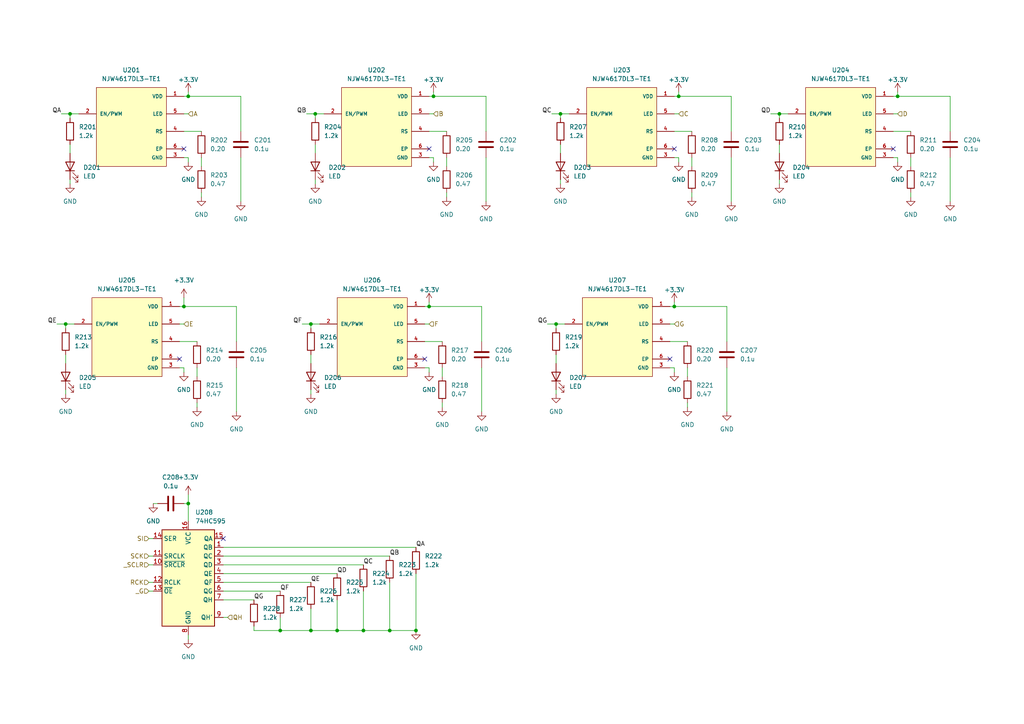
<source format=kicad_sch>
(kicad_sch (version 20211123) (generator eeschema)
  (paper "A4")
  (lib_symbols
    (symbol "74xx:74HC595"
      (property "Reference" "U" (at -7.62 13.97 0))
      (property "Value" "74HC595" (at -7.62 -16.51 0))
      (symbol "74HC595_1_0"
        (pin tri_state line (at 10.16 7.62 180) (length 2.54) (name "QB") (number "1"))
        (pin input line (at -10.16 2.54 0) (length 2.54) (name "~{SRCLR}") (number "10"))
        (pin input line (at -10.16 5.08 0) (length 2.54) (name "SRCLK") (number "11"))
        (pin input line (at -10.16 -2.54 0) (length 2.54) (name "RCLK") (number "12"))
        (pin input line (at -10.16 -5.08 0) (length 2.54) (name "~{OE}") (number "13"))
        (pin input line (at -10.16 10.16 0) (length 2.54) (name "SER") (number "14"))
        (pin tri_state line (at 10.16 10.16 180) (length 2.54) (name "QA") (number "15"))
        (pin power_in line (at 0 15.24 270) (length 2.54) (name "VCC") (number "16"))
        (pin tri_state line (at 10.16 5.08 180) (length 2.54) (name "QC") (number "2"))
        (pin tri_state line (at 10.16 2.54 180) (length 2.54) (name "QD") (number "3"))
        (pin tri_state line (at 10.16 0 180) (length 2.54) (name "QE") (number "4"))
        (pin tri_state line (at 10.16 -2.54 180) (length 2.54) (name "QF") (number "5"))
        (pin tri_state line (at 10.16 -5.08 180) (length 2.54) (name "QG") (number "6"))
        (pin tri_state line (at 10.16 -7.62 180) (length 2.54) (name "QH") (number "7"))
        (pin power_in line (at 0 -17.78 90) (length 2.54) (name "GND") (number "8"))
        (pin output line (at 10.16 -12.7 180) (length 2.54) (name "QH'") (number "9"))
      )
      (symbol "74HC595_1_1"
        (rectangle (start -7.62 12.7) (end 7.62 -15.24) (stroke (width 0.254)) (fill (type background)))
      )
    )
    (symbol "Device:C" (pin_numbers hide) (pin_names (offset 0.254))
      (property "Reference" "C" (at 0.635 2.54 0))
      (property "Value" "C" (at 0.635 -2.54 0))
      (symbol "C_0_1"
        (polyline (pts (xy -2.032 -0.762) (xy 2.032 -0.762)) (stroke (width 0.508)))
        (polyline (pts (xy -2.032 0.762) (xy 2.032 0.762)) (stroke (width 0.508)))
      )
      (symbol "C_1_1"
        (pin passive line (at 0 3.81 270) (length 2.794) (name "~") (number "1"))
        (pin passive line (at 0 -3.81 90) (length 2.794) (name "~") (number "2"))
      )
    )
    (symbol "Device:LED" (pin_numbers hide) (pin_names (offset 1.016) hide)
      (property "Reference" "D" (at 0 2.54 0))
      (property "Value" "LED" (at 0 -2.54 0))
      (symbol "LED_0_1"
        (polyline (pts (xy -1.27 -1.27) (xy -1.27 1.27)) (stroke (width 0.254)))
        (polyline (pts (xy -1.27 0) (xy 1.27 0)))
        (polyline (pts (xy 1.27 -1.27) (xy 1.27 1.27) (xy -1.27 0) (xy 1.27 -1.27)) (stroke (width 0.254)))
        (polyline (pts (xy -3.048 -0.762) (xy -4.572 -2.286) (xy -3.81 -2.286) (xy -4.572 -2.286) (xy -4.572 -1.524)))
        (polyline (pts (xy -1.778 -0.762) (xy -3.302 -2.286) (xy -2.54 -2.286) (xy -3.302 -2.286) (xy -3.302 -1.524)))
      )
      (symbol "LED_1_1"
        (pin passive line (at -3.81 0 0) (length 2.54) (name "K") (number "1"))
        (pin passive line (at 3.81 0 180) (length 2.54) (name "A") (number "2"))
      )
    )
    (symbol "Device:R" (pin_numbers hide) (pin_names (offset 0))
      (property "Reference" "R" (at 2.032 0 90))
      (property "Value" "R" (at 0 0 90))
      (symbol "R_0_1"
        (rectangle (start -1.016 -2.54) (end 1.016 2.54) (stroke (width 0.254)))
      )
      (symbol "R_1_1"
        (pin passive line (at 0 3.81 270) (length 1.27) (name "~") (number "1"))
        (pin passive line (at 0 -3.81 90) (length 1.27) (name "~") (number "2"))
      )
    )
    (symbol "NJW4617DL3-TE1:NJW4617DL3-TE1" (pin_names (offset 1.016))
      (property "Reference" "U" (at -10.16 13.208 0))
      (property "Value" "NJW4617DL3-TE1" (at -10.16 -12.7 0))
      (symbol "NJW4617DL3-TE1_0_0"
        (rectangle (start -10.16 -10.16) (end 10.16 12.7) (stroke (width 0.1524)) (fill (type background)))
        (pin power_in line (at 15.24 10.16 180) (length 5.08) (name "VDD") (number "1"))
        (pin input line (at -15.24 5.08 0) (length 5.08) (name "EN/PWM") (number "2"))
        (pin power_in line (at 15.24 -7.62 180) (length 5.08) (name "GND") (number "3"))
        (pin output line (at 15.24 0 180) (length 5.08) (name "RS") (number "4"))
        (pin output line (at 15.24 5.08 180) (length 5.08) (name "LED") (number "5"))
        (pin power_in line (at 15.24 -5.08 180) (length 5.08) (name "EP") (number "6"))
      )
    )
    (symbol "power:+3.3V" (power) (pin_names (offset 0))
      (property "Value" "+3.3V" (at 0 3.556 0))
      (symbol "+3.3V_0_1"
        (polyline (pts (xy -0.762 1.27) (xy 0 2.54)))
        (polyline (pts (xy 0 0) (xy 0 2.54)))
        (polyline (pts (xy 0 2.54) (xy 0.762 1.27)))
      )
      (symbol "+3.3V_1_1"
        (pin power_in line (at 0 0 90) (length 0) hide (name "+3.3V") (number "1"))
      )
    )
    (symbol "power:GND" (power) (pin_names (offset 0))
      (property "Value" "GND" (at 0 -3.81 0))
      (symbol "GND_0_1"
        (polyline (pts (xy 0 0) (xy 0 -1.27) (xy 1.27 -1.27) (xy 0 -2.54) (xy -1.27 -1.27) (xy 0 -1.27)))
      )
      (symbol "GND_1_1"
        (pin power_in line (at 0 0 270) (length 0) hide (name "GND") (number "1"))
      )
    )
  )
  (junction (at 196.85 27.94))
  (junction (at 91.44 33.02))
  (junction (at 19.05 93.98))
  (junction (at 97.79 182.88))
  (junction (at 120.65 182.88))
  (junction (at 54.61 146.05))
  (junction (at 161.29 93.98))
  (junction (at 260.35 27.94))
  (junction (at 90.17 93.98))
  (junction (at 195.58 88.9))
  (junction (at 124.46 88.9))
  (junction (at 90.17 182.88))
  (junction (at 53.34 88.9))
  (junction (at 20.32 33.02))
  (junction (at 125.73 27.94))
  (junction (at 226.06 33.02))
  (junction (at 54.61 27.94))
  (junction (at 105.41 182.88))
  (junction (at 81.28 182.88))
  (junction (at 113.03 182.88))
  (junction (at 162.56 33.02))
  (no_connect (at 53.34 43.18))
  (no_connect (at 124.46 43.18))
  (no_connect (at 259.08 43.18))
  (no_connect (at 123.19 104.14))
  (no_connect (at 64.77 156.21))
  (no_connect (at 52.07 104.14))
  (no_connect (at 194.31 104.14))
  (no_connect (at 195.58 43.18))
  (wire (pts (xy 54.61 146.05) (xy 54.61 151.13)))
  (wire (pts (xy 53.34 45.72) (xy 54.61 45.72)))
  (wire (pts (xy 161.29 95.25) (xy 161.29 93.98)))
  (wire (pts (xy 162.56 41.91) (xy 162.56 44.45)))
  (wire (pts (xy 43.18 168.91) (xy 44.45 168.91)))
  (wire (pts (xy 125.73 26.67) (xy 125.73 27.94)))
  (wire (pts (xy 73.66 181.61) (xy 73.66 182.88)))
  (wire (pts (xy 124.46 88.9) (xy 139.7 88.9)))
  (wire (pts (xy 140.97 38.1) (xy 140.97 27.94)))
  (wire (pts (xy 160.02 33.02) (xy 162.56 33.02)))
  (wire (pts (xy 195.58 88.9) (xy 210.82 88.9)))
  (wire (pts (xy 194.31 93.98) (xy 195.58 93.98)))
  (wire (pts (xy 195.58 88.9) (xy 195.58 87.63)))
  (wire (pts (xy 105.41 171.45) (xy 105.41 182.88)))
  (wire (pts (xy 199.39 116.84) (xy 199.39 118.11)))
  (wire (pts (xy 90.17 113.03) (xy 90.17 114.3)))
  (wire (pts (xy 54.61 143.51) (xy 54.61 146.05)))
  (wire (pts (xy 139.7 119.38) (xy 139.7 106.68)))
  (wire (pts (xy 53.34 106.68) (xy 53.34 107.95)))
  (wire (pts (xy 97.79 173.99) (xy 97.79 182.88)))
  (wire (pts (xy 90.17 102.87) (xy 90.17 105.41)))
  (wire (pts (xy 196.85 26.67) (xy 196.85 27.94)))
  (wire (pts (xy 260.35 46.99) (xy 260.35 45.72)))
  (wire (pts (xy 120.65 166.37) (xy 120.65 182.88)))
  (wire (pts (xy 264.16 45.72) (xy 264.16 48.26)))
  (wire (pts (xy 275.59 58.42) (xy 275.59 45.72)))
  (wire (pts (xy 259.08 33.02) (xy 260.35 33.02)))
  (wire (pts (xy 161.29 113.03) (xy 161.29 114.3)))
  (wire (pts (xy 275.59 38.1) (xy 275.59 27.94)))
  (wire (pts (xy 226.06 34.29) (xy 226.06 33.02)))
  (wire (pts (xy 73.66 182.88) (xy 81.28 182.88)))
  (wire (pts (xy 105.41 182.88) (xy 113.03 182.88)))
  (wire (pts (xy 128.27 116.84) (xy 128.27 118.11)))
  (wire (pts (xy 53.34 33.02) (xy 54.61 33.02)))
  (wire (pts (xy 128.27 106.68) (xy 128.27 109.22)))
  (wire (pts (xy 90.17 176.53) (xy 90.17 182.88)))
  (wire (pts (xy 20.32 33.02) (xy 22.86 33.02)))
  (wire (pts (xy 260.35 27.94) (xy 275.59 27.94)))
  (wire (pts (xy 124.46 45.72) (xy 125.73 45.72)))
  (wire (pts (xy 200.66 55.88) (xy 200.66 57.15)))
  (wire (pts (xy 19.05 95.25) (xy 19.05 93.98)))
  (wire (pts (xy 88.9 33.02) (xy 91.44 33.02)))
  (wire (pts (xy 113.03 168.91) (xy 113.03 182.88)))
  (wire (pts (xy 162.56 52.07) (xy 162.56 53.34)))
  (wire (pts (xy 124.46 88.9) (xy 124.46 87.63)))
  (wire (pts (xy 195.58 33.02) (xy 196.85 33.02)))
  (wire (pts (xy 123.19 88.9) (xy 124.46 88.9)))
  (wire (pts (xy 81.28 179.07) (xy 81.28 182.88)))
  (wire (pts (xy 161.29 102.87) (xy 161.29 105.41)))
  (wire (pts (xy 195.58 45.72) (xy 196.85 45.72)))
  (wire (pts (xy 54.61 184.15) (xy 54.61 185.42)))
  (wire (pts (xy 259.08 38.1) (xy 264.16 38.1)))
  (wire (pts (xy 260.35 27.94) (xy 259.08 27.94)))
  (wire (pts (xy 226.06 41.91) (xy 226.06 44.45)))
  (wire (pts (xy 226.06 52.07) (xy 226.06 53.34)))
  (wire (pts (xy 123.19 99.06) (xy 128.27 99.06)))
  (wire (pts (xy 129.54 55.88) (xy 129.54 57.15)))
  (wire (pts (xy 57.15 116.84) (xy 57.15 118.11)))
  (wire (pts (xy 68.58 119.38) (xy 68.58 106.68)))
  (wire (pts (xy 129.54 45.72) (xy 129.54 48.26)))
  (wire (pts (xy 69.85 38.1) (xy 69.85 27.94)))
  (wire (pts (xy 54.61 45.72) (xy 54.61 46.99)))
  (wire (pts (xy 194.31 88.9) (xy 195.58 88.9)))
  (wire (pts (xy 210.82 99.06) (xy 210.82 88.9)))
  (wire (pts (xy 264.16 55.88) (xy 264.16 57.15)))
  (wire (pts (xy 68.58 99.06) (xy 68.58 88.9)))
  (wire (pts (xy 199.39 106.68) (xy 199.39 109.22)))
  (wire (pts (xy 196.85 27.94) (xy 195.58 27.94)))
  (wire (pts (xy 212.09 58.42) (xy 212.09 45.72)))
  (wire (pts (xy 53.34 38.1) (xy 58.42 38.1)))
  (wire (pts (xy 52.07 93.98) (xy 53.34 93.98)))
  (wire (pts (xy 43.18 161.29) (xy 44.45 161.29)))
  (wire (pts (xy 45.72 146.05) (xy 44.45 146.05)))
  (wire (pts (xy 64.77 166.37) (xy 97.79 166.37)))
  (wire (pts (xy 53.34 146.05) (xy 54.61 146.05)))
  (wire (pts (xy 20.32 34.29) (xy 20.32 33.02)))
  (wire (pts (xy 260.35 26.67) (xy 260.35 27.94)))
  (wire (pts (xy 194.31 99.06) (xy 199.39 99.06)))
  (wire (pts (xy 91.44 52.07) (xy 91.44 53.34)))
  (wire (pts (xy 58.42 57.15) (xy 58.42 55.88)))
  (wire (pts (xy 90.17 95.25) (xy 90.17 93.98)))
  (wire (pts (xy 195.58 106.68) (xy 195.58 107.95)))
  (wire (pts (xy 123.19 106.68) (xy 124.46 106.68)))
  (wire (pts (xy 43.18 171.45) (xy 44.45 171.45)))
  (wire (pts (xy 113.03 182.88) (xy 120.65 182.88)))
  (wire (pts (xy 52.07 88.9) (xy 53.34 88.9)))
  (wire (pts (xy 200.66 45.72) (xy 200.66 48.26)))
  (wire (pts (xy 64.77 171.45) (xy 81.28 171.45)))
  (wire (pts (xy 139.7 99.06) (xy 139.7 88.9)))
  (wire (pts (xy 17.78 33.02) (xy 20.32 33.02)))
  (wire (pts (xy 19.05 102.87) (xy 19.05 105.41)))
  (wire (pts (xy 196.85 45.72) (xy 196.85 46.99)))
  (wire (pts (xy 161.29 93.98) (xy 163.83 93.98)))
  (wire (pts (xy 196.85 27.94) (xy 212.09 27.94)))
  (wire (pts (xy 19.05 113.03) (xy 19.05 114.3)))
  (wire (pts (xy 123.19 93.98) (xy 124.46 93.98)))
  (wire (pts (xy 54.61 26.67) (xy 54.61 27.94)))
  (wire (pts (xy 64.77 163.83) (xy 105.41 163.83)))
  (wire (pts (xy 81.28 182.88) (xy 90.17 182.88)))
  (wire (pts (xy 54.61 27.94) (xy 53.34 27.94)))
  (wire (pts (xy 69.85 58.42) (xy 69.85 45.72)))
  (wire (pts (xy 64.77 173.99) (xy 73.66 173.99)))
  (wire (pts (xy 91.44 34.29) (xy 91.44 33.02)))
  (wire (pts (xy 20.32 41.91) (xy 20.32 44.45)))
  (wire (pts (xy 140.97 58.42) (xy 140.97 45.72)))
  (wire (pts (xy 52.07 99.06) (xy 57.15 99.06)))
  (wire (pts (xy 97.79 182.88) (xy 105.41 182.88)))
  (wire (pts (xy 54.61 27.94) (xy 69.85 27.94)))
  (wire (pts (xy 43.18 163.83) (xy 44.45 163.83)))
  (wire (pts (xy 87.63 93.98) (xy 90.17 93.98)))
  (wire (pts (xy 194.31 106.68) (xy 195.58 106.68)))
  (wire (pts (xy 91.44 33.02) (xy 93.98 33.02)))
  (wire (pts (xy 57.15 106.68) (xy 57.15 109.22)))
  (wire (pts (xy 64.77 179.07) (xy 66.04 179.07)))
  (wire (pts (xy 53.34 88.9) (xy 68.58 88.9)))
  (wire (pts (xy 91.44 41.91) (xy 91.44 44.45)))
  (wire (pts (xy 223.52 33.02) (xy 226.06 33.02)))
  (wire (pts (xy 226.06 33.02) (xy 228.6 33.02)))
  (wire (pts (xy 19.05 93.98) (xy 21.59 93.98)))
  (wire (pts (xy 125.73 45.72) (xy 125.73 46.99)))
  (wire (pts (xy 64.77 161.29) (xy 113.03 161.29)))
  (wire (pts (xy 158.75 93.98) (xy 161.29 93.98)))
  (wire (pts (xy 162.56 33.02) (xy 165.1 33.02)))
  (wire (pts (xy 210.82 119.38) (xy 210.82 106.68)))
  (wire (pts (xy 53.34 86.36) (xy 53.34 88.9)))
  (wire (pts (xy 43.18 156.21) (xy 44.45 156.21)))
  (wire (pts (xy 195.58 38.1) (xy 200.66 38.1)))
  (wire (pts (xy 64.77 168.91) (xy 90.17 168.91)))
  (wire (pts (xy 58.42 45.72) (xy 58.42 48.26)))
  (wire (pts (xy 20.32 52.07) (xy 20.32 53.34)))
  (wire (pts (xy 16.51 93.98) (xy 19.05 93.98)))
  (wire (pts (xy 125.73 27.94) (xy 140.97 27.94)))
  (wire (pts (xy 124.46 38.1) (xy 129.54 38.1)))
  (wire (pts (xy 212.09 38.1) (xy 212.09 27.94)))
  (wire (pts (xy 64.77 158.75) (xy 120.65 158.75)))
  (wire (pts (xy 124.46 106.68) (xy 124.46 107.95)))
  (wire (pts (xy 90.17 93.98) (xy 92.71 93.98)))
  (wire (pts (xy 90.17 182.88) (xy 97.79 182.88)))
  (wire (pts (xy 52.07 106.68) (xy 53.34 106.68)))
  (wire (pts (xy 124.46 33.02) (xy 125.73 33.02)))
  (wire (pts (xy 162.56 34.29) (xy 162.56 33.02)))
  (wire (pts (xy 124.46 27.94) (xy 125.73 27.94)))
  (wire (pts (xy 260.35 45.72) (xy 259.08 45.72)))
  (label "QC" (at 160.02 33.02 180))
  (label "QE" (at 90.17 168.91 0))
  (label "QF" (at 87.63 93.98 180))
  (label "QE" (at 16.51 93.98 180))
  (label "QD" (at 223.52 33.02 180))
  (label "QG" (at 158.75 93.98 180))
  (label "QC" (at 105.41 163.83 0))
  (label "QA" (at 17.78 33.02 180))
  (label "QF" (at 81.28 171.45 0))
  (label "QG" (at 73.66 173.99 0))
  (label "QA" (at 120.65 158.75 0))
  (label "QB" (at 88.9 33.02 180))
  (label "QB" (at 113.03 161.29 0))
  (label "QD" (at 97.79 166.37 0))
  (hierarchical_label "SI" (shape input) (at 43.18 156.21 180))
  (hierarchical_label "B" (shape input) (at 125.73 33.02 0))
  (hierarchical_label "E" (shape input) (at 53.34 93.98 0))
  (hierarchical_label "A" (shape input) (at 54.61 33.02 0))
  (hierarchical_label "F" (shape input) (at 124.46 93.98 0))
  (hierarchical_label "RCK" (shape input) (at 43.18 168.91 180))
  (hierarchical_label "C" (shape input) (at 196.85 33.02 0))
  (hierarchical_label "G" (shape input) (at 195.58 93.98 0))
  (hierarchical_label "QH" (shape input) (at 66.04 179.07 0))
  (hierarchical_label "_SCLR" (shape input) (at 43.18 163.83 180))
  (hierarchical_label "_G" (shape input) (at 43.18 171.45 180))
  (hierarchical_label "D" (shape input) (at 260.35 33.02 0))
  (hierarchical_label "SCK" (shape input) (at 43.18 161.29 180))
  (symbol (lib_id "power:+3.3V") (at 196.85 26.67 0) (unit 1)
    (property "Reference" "#PWR0212" (effects hide))
    (property "Value" "+3.3V" (at 196.85 23.114 0))
  )
  (symbol (lib_id "Device:R") (at 264.16 52.07 0) (unit 1)
    (property "Reference" "R212" (at 266.7 50.7999 0) (effects (justify left)))
    (property "Value" "0.47" (at 266.7 53.3399 0) (effects (justify left)))
    (property "Footprint" "Resistor_THT:R_Axial_DIN0207_L6.3mm_D2.5mm_P10.16mm_Horizontal" (effects hide))
  )
  (symbol (lib_id "power:GND") (at 139.7 119.38 0) (unit 1)
    (property "Reference" "#PWR0230" (effects hide))
    (property "Value" "GND" (at 139.7 124.46 0))
  )
  (symbol (lib_id "Device:C") (at 275.59 41.91 0) (unit 1)
    (property "Reference" "C204" (at 279.4 40.6399 0) (effects (justify left)))
    (property "Value" "0.1u" (at 279.4 43.1799 0) (effects (justify left)))
    (property "Footprint" "Capacitor_SMD:C_0603_1608Metric" (effects hide))
  )
  (symbol (lib_id "power:GND") (at 162.56 53.34 0) (unit 1)
    (property "Reference" "#PWR0211" (effects hide))
    (property "Value" "GND" (at 162.56 58.42 0))
  )
  (symbol (lib_id "Device:LED") (at 226.06 48.26 90) (unit 1)
    (property "Reference" "D204" (at 229.87 48.5774 90) (effects (justify right)))
    (property "Value" "LED" (at 229.87 51.1174 90) (effects (justify right)))
    (property "Footprint" "LED_SMD:LED_0603_1608Metric" (effects hide))
  )
  (symbol (lib_id "power:GND") (at 140.97 58.42 0) (unit 1)
    (property "Reference" "#PWR0210" (effects hide))
    (property "Value" "GND" (at 140.97 63.5 0))
  )
  (symbol (lib_id "power:GND") (at 200.66 57.15 0) (unit 1)
    (property "Reference" "#PWR0214" (effects hide))
    (property "Value" "GND" (at 200.66 62.23 0))
  )
  (symbol (lib_id "Device:C") (at 212.09 41.91 0) (unit 1)
    (property "Reference" "C203" (at 215.9 40.6399 0) (effects (justify left)))
    (property "Value" "0.1u" (at 215.9 43.1799 0) (effects (justify left)))
    (property "Footprint" "Capacitor_SMD:C_0603_1608Metric" (effects hide))
  )
  (symbol (lib_id "power:+3.3V") (at 53.34 86.36 0) (unit 1)
    (property "Reference" "#PWR0222" (effects hide))
    (property "Value" "+3.3V" (at 53.34 81.28 0))
  )
  (symbol (lib_id "power:GND") (at 19.05 114.3 0) (unit 1)
    (property "Reference" "#PWR0221" (effects hide))
    (property "Value" "GND" (at 19.05 119.38 0))
  )
  (symbol (lib_id "power:GND") (at 199.39 118.11 0) (unit 1)
    (property "Reference" "#PWR0234" (effects hide))
    (property "Value" "GND" (at 199.39 123.19 0))
  )
  (symbol (lib_id "Device:LED") (at 19.05 109.22 90) (unit 1)
    (property "Reference" "D205" (at 22.86 109.5374 90) (effects (justify right)))
    (property "Value" "LED" (at 22.86 112.0774 90) (effects (justify right)))
    (property "Footprint" "LED_SMD:LED_0603_1608Metric" (effects hide))
  )
  (symbol (lib_id "power:GND") (at 44.45 146.05 0) (unit 1)
    (property "Reference" "#PWR0237" (effects hide))
    (property "Value" "GND" (at 44.45 151.13 0))
  )
  (symbol (lib_id "Device:C") (at 69.85 41.91 0) (unit 1)
    (property "Reference" "C201" (at 73.66 40.6399 0) (effects (justify left)))
    (property "Value" "0.1u" (at 73.66 43.1799 0) (effects (justify left)))
    (property "Footprint" "Capacitor_SMD:C_0603_1608Metric" (effects hide))
  )
  (symbol (lib_id "Device:R") (at 90.17 172.72 0) (unit 1)
    (property "Reference" "R226" (at 92.71 171.4499 0) (effects (justify left)))
    (property "Value" "1.2k" (at 92.71 173.9899 0) (effects (justify left)))
    (property "Footprint" "Resistor_SMD:R_0603_1608Metric" (effects hide))
  )
  (symbol (lib_id "power:GND") (at 196.85 46.99 0) (unit 1)
    (property "Reference" "#PWR0213" (effects hide))
    (property "Value" "GND" (at 196.85 52.07 0))
  )
  (symbol (lib_id "Device:R") (at 58.42 52.07 0) (unit 1)
    (property "Reference" "R203" (at 60.96 50.7999 0) (effects (justify left)))
    (property "Value" "0.47" (at 60.96 53.3399 0) (effects (justify left)))
    (property "Footprint" "Resistor_THT:R_Axial_DIN0207_L6.3mm_D2.5mm_P10.16mm_Horizontal" (effects hide))
  )
  (symbol (lib_id "power:+3.3V") (at 125.73 26.67 0) (unit 1)
    (property "Reference" "#PWR0207" (effects hide))
    (property "Value" "+3.3V" (at 125.73 23.114 0))
  )
  (symbol (lib_id "Device:R") (at 73.66 177.8 0) (unit 1)
    (property "Reference" "R228" (at 76.2 176.5299 0) (effects (justify left)))
    (property "Value" "1.2k" (at 76.2 179.0699 0) (effects (justify left)))
    (property "Footprint" "Resistor_SMD:R_0603_1608Metric" (effects hide))
  )
  (symbol (lib_id "Device:C") (at 140.97 41.91 0) (unit 1)
    (property "Reference" "C202" (at 144.78 40.6399 0) (effects (justify left)))
    (property "Value" "0.1u" (at 144.78 43.1799 0) (effects (justify left)))
    (property "Footprint" "Capacitor_SMD:C_0603_1608Metric" (effects hide))
  )
  (symbol (lib_id "NJW4617DL3-TE1:NJW4617DL3-TE1") (at 36.83 99.06 0) (unit 1)
    (property "Reference" "U205" (at 36.83 81.28 0))
    (property "Value" "NJW4617DL3-TE1" (at 36.83 83.82 0))
    (property "Footprint" "NJW4617DL3-TE1:DPAK127P968X238-6N" (effects hide))
    (property "STANDARD" "IPC-7351B" (effects hide))
    (property "PARTREV" "2017-05-11" (effects hide))
    (property "MANUFACTURER" "NJR" (effects hide))
  )
  (symbol (lib_id "Device:R") (at 20.32 38.1 0) (unit 1)
    (property "Reference" "R201" (at 22.86 36.8299 0) (effects (justify left)))
    (property "Value" "1.2k" (at 22.86 39.3699 0) (effects (justify left)))
    (property "Footprint" "Resistor_SMD:R_0603_1608Metric" (effects hide))
  )
  (symbol (lib_id "power:GND") (at 90.17 114.3 0) (unit 1)
    (property "Reference" "#PWR0226" (effects hide))
    (property "Value" "GND" (at 90.17 119.38 0))
  )
  (symbol (lib_id "power:+3.3V") (at 124.46 87.63 0) (unit 1)
    (property "Reference" "#PWR0227" (effects hide))
    (property "Value" "+3.3V" (at 124.46 84.074 0))
  )
  (symbol (lib_id "power:GND") (at 120.65 182.88 0) (unit 1)
    (property "Reference" "#PWR0238" (effects hide))
    (property "Value" "GND" (at 120.65 187.96 0))
  )
  (symbol (lib_id "Device:R") (at 58.42 41.91 0) (unit 1)
    (property "Reference" "R202" (at 60.96 40.6399 0) (effects (justify left)))
    (property "Value" "0.20" (at 60.96 43.1799 0) (effects (justify left)))
    (property "Footprint" "Resistor_THT:R_Axial_DIN0207_L6.3mm_D2.5mm_P10.16mm_Horizontal" (effects hide))
  )
  (symbol (lib_id "power:GND") (at 226.06 53.34 0) (unit 1)
    (property "Reference" "#PWR0216" (effects hide))
    (property "Value" "GND" (at 226.06 58.42 0))
  )
  (symbol (lib_id "Device:C") (at 49.53 146.05 90) (unit 1)
    (property "Reference" "C208" (at 49.53 138.43 90))
    (property "Value" "0.1u" (at 49.53 140.97 90))
    (property "Footprint" "Capacitor_SMD:C_0603_1608Metric" (effects hide))
  )
  (symbol (lib_id "Device:R") (at 57.15 113.03 0) (unit 1)
    (property "Reference" "R215" (at 59.69 111.7599 0) (effects (justify left)))
    (property "Value" "0.47" (at 59.69 114.2999 0) (effects (justify left)))
    (property "Footprint" "Resistor_THT:R_Axial_DIN0207_L6.3mm_D2.5mm_P10.16mm_Horizontal" (effects hide))
  )
  (symbol (lib_id "Device:R") (at 162.56 38.1 0) (unit 1)
    (property "Reference" "R207" (at 165.1 36.8299 0) (effects (justify left)))
    (property "Value" "1.2k" (at 165.1 39.3699 0) (effects (justify left)))
    (property "Footprint" "Resistor_SMD:R_0603_1608Metric" (effects hide))
  )
  (symbol (lib_id "NJW4617DL3-TE1:NJW4617DL3-TE1") (at 179.07 99.06 0) (unit 1)
    (property "Reference" "U207" (at 179.07 81.28 0))
    (property "Value" "NJW4617DL3-TE1" (at 179.07 83.82 0))
    (property "Footprint" "NJW4617DL3-TE1:DPAK127P968X238-6N" (effects hide))
    (property "STANDARD" "IPC-7351B" (effects hide))
    (property "PARTREV" "2017-05-11" (effects hide))
    (property "MANUFACTURER" "NJR" (effects hide))
  )
  (symbol (lib_id "Device:R") (at 57.15 102.87 0) (unit 1)
    (property "Reference" "R214" (at 59.69 101.5999 0) (effects (justify left)))
    (property "Value" "0.20" (at 59.69 104.1399 0) (effects (justify left)))
    (property "Footprint" "Resistor_THT:R_Axial_DIN0207_L6.3mm_D2.5mm_P10.16mm_Horizontal" (effects hide))
  )
  (symbol (lib_id "Device:LED") (at 161.29 109.22 90) (unit 1)
    (property "Reference" "D207" (at 165.1 109.5374 90) (effects (justify right)))
    (property "Value" "LED" (at 165.1 112.0774 90) (effects (justify right)))
    (property "Footprint" "LED_SMD:LED_0603_1608Metric" (effects hide))
  )
  (symbol (lib_id "Device:R") (at 128.27 113.03 0) (unit 1)
    (property "Reference" "R218" (at 130.81 111.7599 0) (effects (justify left)))
    (property "Value" "0.47" (at 130.81 114.2999 0) (effects (justify left)))
    (property "Footprint" "Resistor_THT:R_Axial_DIN0207_L6.3mm_D2.5mm_P10.16mm_Horizontal" (effects hide))
  )
  (symbol (lib_id "Device:R") (at 199.39 113.03 0) (unit 1)
    (property "Reference" "R221" (at 201.93 111.7599 0) (effects (justify left)))
    (property "Value" "0.47" (at 201.93 114.2999 0) (effects (justify left)))
    (property "Footprint" "Resistor_THT:R_Axial_DIN0207_L6.3mm_D2.5mm_P10.16mm_Horizontal" (effects hide))
  )
  (symbol (lib_id "power:GND") (at 264.16 57.15 0) (unit 1)
    (property "Reference" "#PWR0219" (effects hide))
    (property "Value" "GND" (at 264.16 62.23 0))
  )
  (symbol (lib_id "Device:R") (at 120.65 162.56 0) (unit 1)
    (property "Reference" "R222" (at 123.19 161.2899 0) (effects (justify left)))
    (property "Value" "1.2k" (at 123.19 163.8299 0) (effects (justify left)))
    (property "Footprint" "Resistor_SMD:R_0603_1608Metric" (effects hide))
  )
  (symbol (lib_id "Device:R") (at 97.79 170.18 0) (unit 1)
    (property "Reference" "R225" (at 100.33 168.9099 0) (effects (justify left)))
    (property "Value" "1.2k" (at 100.33 171.4499 0) (effects (justify left)))
    (property "Footprint" "Resistor_SMD:R_0603_1608Metric" (effects hide))
  )
  (symbol (lib_id "Device:R") (at 128.27 102.87 0) (unit 1)
    (property "Reference" "R217" (at 130.81 101.5999 0) (effects (justify left)))
    (property "Value" "0.20" (at 130.81 104.1399 0) (effects (justify left)))
    (property "Footprint" "Resistor_THT:R_Axial_DIN0207_L6.3mm_D2.5mm_P10.16mm_Horizontal" (effects hide))
  )
  (symbol (lib_id "Device:R") (at 113.03 165.1 0) (unit 1)
    (property "Reference" "R223" (at 115.57 163.8299 0) (effects (justify left)))
    (property "Value" "1.2k" (at 115.57 166.3699 0) (effects (justify left)))
    (property "Footprint" "Resistor_SMD:R_0603_1608Metric" (effects hide))
  )
  (symbol (lib_id "Device:C") (at 139.7 102.87 0) (unit 1)
    (property "Reference" "C206" (at 143.51 101.5999 0) (effects (justify left)))
    (property "Value" "0.1u" (at 143.51 104.1399 0) (effects (justify left)))
    (property "Footprint" "Capacitor_SMD:C_0603_1608Metric" (effects hide))
  )
  (symbol (lib_id "power:GND") (at 54.61 46.99 0) (unit 1)
    (property "Reference" "#PWR0203" (effects hide))
    (property "Value" "GND" (at 54.61 52.07 0))
  )
  (symbol (lib_id "power:GND") (at 275.59 58.42 0) (unit 1)
    (property "Reference" "#PWR0220" (effects hide))
    (property "Value" "GND" (at 275.59 63.5 0))
  )
  (symbol (lib_id "Device:R") (at 129.54 52.07 0) (unit 1)
    (property "Reference" "R206" (at 132.08 50.7999 0) (effects (justify left)))
    (property "Value" "0.47" (at 132.08 53.3399 0) (effects (justify left)))
    (property "Footprint" "Resistor_THT:R_Axial_DIN0207_L6.3mm_D2.5mm_P10.16mm_Horizontal" (effects hide))
  )
  (symbol (lib_id "NJW4617DL3-TE1:NJW4617DL3-TE1") (at 243.84 38.1 0) (unit 1)
    (property "Reference" "U204" (at 243.84 20.32 0))
    (property "Value" "NJW4617DL3-TE1" (at 243.84 22.86 0))
    (property "Footprint" "NJW4617DL3-TE1:DPAK127P968X238-6N" (effects hide))
    (property "STANDARD" "IPC-7351B" (effects hide))
    (property "PARTREV" "2017-05-11" (effects hide))
    (property "MANUFACTURER" "NJR" (effects hide))
  )
  (symbol (lib_id "Device:R") (at 129.54 41.91 0) (unit 1)
    (property "Reference" "R205" (at 132.08 40.6399 0) (effects (justify left)))
    (property "Value" "0.20" (at 132.08 43.1799 0) (effects (justify left)))
    (property "Footprint" "Resistor_THT:R_Axial_DIN0207_L6.3mm_D2.5mm_P10.16mm_Horizontal" (effects hide))
  )
  (symbol (lib_id "power:GND") (at 161.29 114.3 0) (unit 1)
    (property "Reference" "#PWR0231" (effects hide))
    (property "Value" "GND" (at 161.29 119.38 0))
  )
  (symbol (lib_id "Device:LED") (at 20.32 48.26 90) (unit 1)
    (property "Reference" "D201" (at 24.13 48.5774 90) (effects (justify right)))
    (property "Value" "LED" (at 24.13 51.1174 90) (effects (justify right)))
    (property "Footprint" "LED_SMD:LED_0603_1608Metric" (effects hide))
  )
  (symbol (lib_id "power:GND") (at 124.46 107.95 0) (unit 1)
    (property "Reference" "#PWR0228" (effects hide))
    (property "Value" "GND" (at 124.46 113.03 0))
  )
  (symbol (lib_id "Device:LED") (at 91.44 48.26 90) (unit 1)
    (property "Reference" "D202" (at 95.25 48.5774 90) (effects (justify right)))
    (property "Value" "LED" (at 95.25 51.1174 90) (effects (justify right)))
    (property "Footprint" "LED_SMD:LED_0603_1608Metric" (effects hide))
  )
  (symbol (lib_id "Device:R") (at 199.39 102.87 0) (unit 1)
    (property "Reference" "R220" (at 201.93 101.5999 0) (effects (justify left)))
    (property "Value" "0.20" (at 201.93 104.1399 0) (effects (justify left)))
    (property "Footprint" "Resistor_THT:R_Axial_DIN0207_L6.3mm_D2.5mm_P10.16mm_Horizontal" (effects hide))
  )
  (symbol (lib_id "power:+3.3V") (at 195.58 87.63 0) (unit 1)
    (property "Reference" "#PWR0232" (effects hide))
    (property "Value" "+3.3V" (at 195.58 84.074 0))
  )
  (symbol (lib_id "power:GND") (at 20.32 53.34 0) (unit 1)
    (property "Reference" "#PWR0201" (effects hide))
    (property "Value" "GND" (at 20.32 58.42 0))
  )
  (symbol (lib_id "power:GND") (at 212.09 58.42 0) (unit 1)
    (property "Reference" "#PWR0215" (effects hide))
    (property "Value" "GND" (at 212.09 63.5 0))
  )
  (symbol (lib_id "Device:R") (at 19.05 99.06 0) (unit 1)
    (property "Reference" "R213" (at 21.59 97.7899 0) (effects (justify left)))
    (property "Value" "1.2k" (at 21.59 100.3299 0) (effects (justify left)))
    (property "Footprint" "Resistor_SMD:R_0603_1608Metric" (effects hide))
  )
  (symbol (lib_id "Device:R") (at 200.66 52.07 0) (unit 1)
    (property "Reference" "R209" (at 203.2 50.7999 0) (effects (justify left)))
    (property "Value" "0.47" (at 203.2 53.3399 0) (effects (justify left)))
    (property "Footprint" "Resistor_THT:R_Axial_DIN0207_L6.3mm_D2.5mm_P10.16mm_Horizontal" (effects hide))
  )
  (symbol (lib_id "NJW4617DL3-TE1:NJW4617DL3-TE1") (at 38.1 38.1 0) (unit 1)
    (property "Reference" "U201" (at 38.1 20.32 0))
    (property "Value" "NJW4617DL3-TE1" (at 38.1 22.86 0))
    (property "Footprint" "NJW4617DL3-TE1:DPAK127P968X238-6N" (effects hide))
    (property "STANDARD" "IPC-7351B" (effects hide))
    (property "PARTREV" "2017-05-11" (effects hide))
    (property "MANUFACTURER" "NJR" (effects hide))
  )
  (symbol (lib_id "power:GND") (at 260.35 46.99 0) (unit 1)
    (property "Reference" "#PWR0218" (effects hide))
    (property "Value" "GND" (at 260.35 52.07 0))
  )
  (symbol (lib_id "Device:R") (at 226.06 38.1 0) (unit 1)
    (property "Reference" "R210" (at 228.6 36.8299 0) (effects (justify left)))
    (property "Value" "1.2k" (at 228.6 39.3699 0) (effects (justify left)))
    (property "Footprint" "Resistor_SMD:R_0603_1608Metric" (effects hide))
  )
  (symbol (lib_id "power:GND") (at 69.85 58.42 0) (unit 1)
    (property "Reference" "#PWR0205" (effects hide))
    (property "Value" "GND" (at 69.85 63.5 0))
  )
  (symbol (lib_id "Device:LED") (at 162.56 48.26 90) (unit 1)
    (property "Reference" "D203" (at 166.37 48.5774 90) (effects (justify right)))
    (property "Value" "LED" (at 166.37 51.1174 90) (effects (justify right)))
    (property "Footprint" "LED_SMD:LED_0603_1608Metric" (effects hide))
  )
  (symbol (lib_id "power:GND") (at 53.34 107.95 0) (unit 1)
    (property "Reference" "#PWR0223" (effects hide))
    (property "Value" "GND" (at 53.34 113.03 0))
  )
  (symbol (lib_id "74xx:74HC595") (at 54.61 166.37 0) (unit 1)
    (property "Reference" "U208" (at 56.6294 148.59 0) (effects (justify left)))
    (property "Value" "74HC595" (at 56.6294 151.13 0) (effects (justify left)))
    (property "Footprint" "Package_SO:SOIC-16W_5.3x10.2mm_P1.27mm" (effects hide))
    (property "Datasheet" "http://www.ti.com/lit/ds/symlink/sn74hc595.pdf" (effects hide))
  )
  (symbol (lib_id "power:GND") (at 68.58 119.38 0) (unit 1)
    (property "Reference" "#PWR0225" (effects hide))
    (property "Value" "GND" (at 68.58 124.46 0))
  )
  (symbol (lib_id "power:+3.3V") (at 260.35 26.67 0) (unit 1)
    (property "Reference" "#PWR0217" (effects hide))
    (property "Value" "+3.3V" (at 260.35 23.114 0))
  )
  (symbol (lib_id "power:GND") (at 58.42 57.15 0) (unit 1)
    (property "Reference" "#PWR0204" (effects hide))
    (property "Value" "GND" (at 58.42 62.23 0))
  )
  (symbol (lib_id "Device:R") (at 90.17 99.06 0) (unit 1)
    (property "Reference" "R216" (at 92.71 97.79 0) (effects (justify left)))
    (property "Value" "1.2k" (at 92.71 100.3299 0) (effects (justify left)))
    (property "Footprint" "Resistor_SMD:R_0603_1608Metric" (effects hide))
  )
  (symbol (lib_id "power:GND") (at 129.54 57.15 0) (unit 1)
    (property "Reference" "#PWR0209" (effects hide))
    (property "Value" "GND" (at 129.54 62.23 0))
  )
  (symbol (lib_id "NJW4617DL3-TE1:NJW4617DL3-TE1") (at 180.34 38.1 0) (unit 1)
    (property "Reference" "U203" (at 180.34 20.32 0))
    (property "Value" "NJW4617DL3-TE1" (at 180.34 22.86 0))
    (property "Footprint" "NJW4617DL3-TE1:DPAK127P968X238-6N" (effects hide))
    (property "STANDARD" "IPC-7351B" (effects hide))
    (property "PARTREV" "2017-05-11" (effects hide))
    (property "MANUFACTURER" "NJR" (effects hide))
  )
  (symbol (lib_id "Device:R") (at 264.16 41.91 0) (unit 1)
    (property "Reference" "R211" (at 266.7 40.6399 0) (effects (justify left)))
    (property "Value" "0.20" (at 266.7 43.1799 0) (effects (justify left)))
    (property "Footprint" "Resistor_THT:R_Axial_DIN0207_L6.3mm_D2.5mm_P10.16mm_Horizontal" (effects hide))
  )
  (symbol (lib_id "Device:R") (at 161.29 99.06 0) (unit 1)
    (property "Reference" "R219" (at 163.83 97.7899 0) (effects (justify left)))
    (property "Value" "1.2k" (at 163.83 100.3299 0) (effects (justify left)))
    (property "Footprint" "Resistor_SMD:R_0603_1608Metric" (effects hide))
  )
  (symbol (lib_id "Device:C") (at 68.58 102.87 0) (unit 1)
    (property "Reference" "C205" (at 72.39 101.5999 0) (effects (justify left)))
    (property "Value" "0.1u" (at 72.39 104.1399 0) (effects (justify left)))
    (property "Footprint" "Capacitor_SMD:C_0603_1608Metric" (effects hide))
  )
  (symbol (lib_id "Device:R") (at 200.66 41.91 0) (unit 1)
    (property "Reference" "R208" (at 203.2 40.6399 0) (effects (justify left)))
    (property "Value" "0.20" (at 203.2 43.1799 0) (effects (justify left)))
    (property "Footprint" "Resistor_THT:R_Axial_DIN0207_L6.3mm_D2.5mm_P10.16mm_Horizontal" (effects hide))
  )
  (symbol (lib_id "power:GND") (at 57.15 118.11 0) (unit 1)
    (property "Reference" "#PWR0224" (effects hide))
    (property "Value" "GND" (at 57.15 123.19 0))
  )
  (symbol (lib_id "power:+3.3V") (at 54.61 143.51 0) (unit 1)
    (property "Reference" "#PWR0236" (effects hide))
    (property "Value" "+3.3V" (at 54.61 138.43 0))
  )
  (symbol (lib_id "power:GND") (at 125.73 46.99 0) (unit 1)
    (property "Reference" "#PWR0208" (effects hide))
    (property "Value" "GND" (at 125.73 52.07 0))
  )
  (symbol (lib_id "Device:R") (at 105.41 167.64 0) (unit 1)
    (property "Reference" "R224" (at 107.95 166.3699 0) (effects (justify left)))
    (property "Value" "1.2k" (at 107.95 168.9099 0) (effects (justify left)))
    (property "Footprint" "Resistor_SMD:R_0603_1608Metric" (effects hide))
  )
  (symbol (lib_id "power:+3.3V") (at 54.61 26.67 0) (unit 1)
    (property "Reference" "#PWR0202" (effects hide))
    (property "Value" "+3.3V" (at 54.61 23.114 0))
  )
  (symbol (lib_id "power:GND") (at 128.27 118.11 0) (unit 1)
    (property "Reference" "#PWR0229" (effects hide))
    (property "Value" "GND" (at 128.27 123.19 0))
  )
  (symbol (lib_id "Device:LED") (at 90.17 109.22 90) (unit 1)
    (property "Reference" "D206" (at 93.98 109.5374 90) (effects (justify right)))
    (property "Value" "LED" (at 93.98 112.0774 90) (effects (justify right)))
    (property "Footprint" "LED_SMD:LED_0603_1608Metric" (effects hide))
  )
  (symbol (lib_id "Device:C") (at 210.82 102.87 0) (unit 1)
    (property "Reference" "C207" (at 214.63 101.5999 0) (effects (justify left)))
    (property "Value" "0.1u" (at 214.63 104.1399 0) (effects (justify left)))
    (property "Footprint" "Capacitor_SMD:C_0603_1608Metric" (effects hide))
  )
  (symbol (lib_id "power:GND") (at 210.82 119.38 0) (unit 1)
    (property "Reference" "#PWR0235" (effects hide))
    (property "Value" "GND" (at 210.82 124.46 0))
  )
  (symbol (lib_id "NJW4617DL3-TE1:NJW4617DL3-TE1") (at 107.95 99.06 0) (unit 1)
    (property "Reference" "U206" (at 107.95 81.28 0))
    (property "Value" "NJW4617DL3-TE1" (at 107.95 83.82 0))
    (property "Footprint" "NJW4617DL3-TE1:DPAK127P968X238-6N" (effects hide))
    (property "STANDARD" "IPC-7351B" (effects hide))
    (property "PARTREV" "2017-05-11" (effects hide))
    (property "MANUFACTURER" "NJR" (effects hide))
  )
  (symbol (lib_id "Device:R") (at 81.28 175.26 0) (unit 1)
    (property "Reference" "R227" (at 83.82 173.9899 0) (effects (justify left)))
    (property "Value" "1.2k" (at 83.82 176.5299 0) (effects (justify left)))
    (property "Footprint" "Resistor_SMD:R_0603_1608Metric" (effects hide))
  )
  (symbol (lib_id "power:GND") (at 91.44 53.34 0) (unit 1)
    (property "Reference" "#PWR0206" (effects hide))
    (property "Value" "GND" (at 91.44 58.42 0))
  )
  (symbol (lib_id "Device:R") (at 91.44 38.1 0) (unit 1)
    (property "Reference" "R204" (at 93.98 36.8299 0) (effects (justify left)))
    (property "Value" "1.2k" (at 93.98 39.3699 0) (effects (justify left)))
    (property "Footprint" "Resistor_SMD:R_0603_1608Metric" (effects hide))
  )
  (symbol (lib_id "power:GND") (at 54.61 185.42 0) (unit 1)
    (property "Reference" "#PWR0239" (effects hide))
    (property "Value" "GND" (at 54.61 190.5 0))
  )
  (symbol (lib_id "power:GND") (at 195.58 107.95 0) (unit 1)
    (property "Reference" "#PWR0233" (effects hide))
    (property "Value" "GND" (at 195.58 113.03 0))
  )
  (symbol (lib_id "NJW4617DL3-TE1:NJW4617DL3-TE1") (at 109.22 38.1 0) (unit 1)
    (property "Reference" "U202" (at 109.22 20.32 0))
    (property "Value" "NJW4617DL3-TE1" (at 109.22 22.86 0))
    (property "Footprint" "NJW4617DL3-TE1:DPAK127P968X238-6N" (effects hide))
    (property "STANDARD" "IPC-7351B" (effects hide))
    (property "PARTREV" "2017-05-11" (effects hide))
    (property "MANUFACTURER" "NJR" (effects hide))
  )
)
</source>
